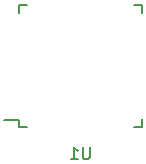
<source format=gbr>
G04 #@! TF.GenerationSoftware,KiCad,Pcbnew,5.1.5+dfsg1-2build2*
G04 #@! TF.CreationDate,2020-04-14T21:36:42+02:00*
G04 #@! TF.ProjectId,LoopStation,4c6f6f70-5374-4617-9469-6f6e2e6b6963,rev?*
G04 #@! TF.SameCoordinates,Original*
G04 #@! TF.FileFunction,Legend,Bot*
G04 #@! TF.FilePolarity,Positive*
%FSLAX46Y46*%
G04 Gerber Fmt 4.6, Leading zero omitted, Abs format (unit mm)*
G04 Created by KiCad (PCBNEW 5.1.5+dfsg1-2build2) date 2020-04-14 21:36:42*
%MOMM*%
%LPD*%
G04 APERTURE LIST*
%ADD10C,0.150000*%
G04 APERTURE END LIST*
D10*
X107220000Y-84610000D02*
X105945000Y-84610000D01*
X117570000Y-85185000D02*
X116895000Y-85185000D01*
X117570000Y-74835000D02*
X116895000Y-74835000D01*
X107220000Y-74835000D02*
X107895000Y-74835000D01*
X107220000Y-85185000D02*
X107895000Y-85185000D01*
X107220000Y-74835000D02*
X107220000Y-75510000D01*
X117570000Y-74835000D02*
X117570000Y-75510000D01*
X117570000Y-85185000D02*
X117570000Y-84510000D01*
X107220000Y-85185000D02*
X107220000Y-84610000D01*
X113156904Y-86912380D02*
X113156904Y-87721904D01*
X113109285Y-87817142D01*
X113061666Y-87864761D01*
X112966428Y-87912380D01*
X112775952Y-87912380D01*
X112680714Y-87864761D01*
X112633095Y-87817142D01*
X112585476Y-87721904D01*
X112585476Y-86912380D01*
X111585476Y-87912380D02*
X112156904Y-87912380D01*
X111871190Y-87912380D02*
X111871190Y-86912380D01*
X111966428Y-87055238D01*
X112061666Y-87150476D01*
X112156904Y-87198095D01*
M02*

</source>
